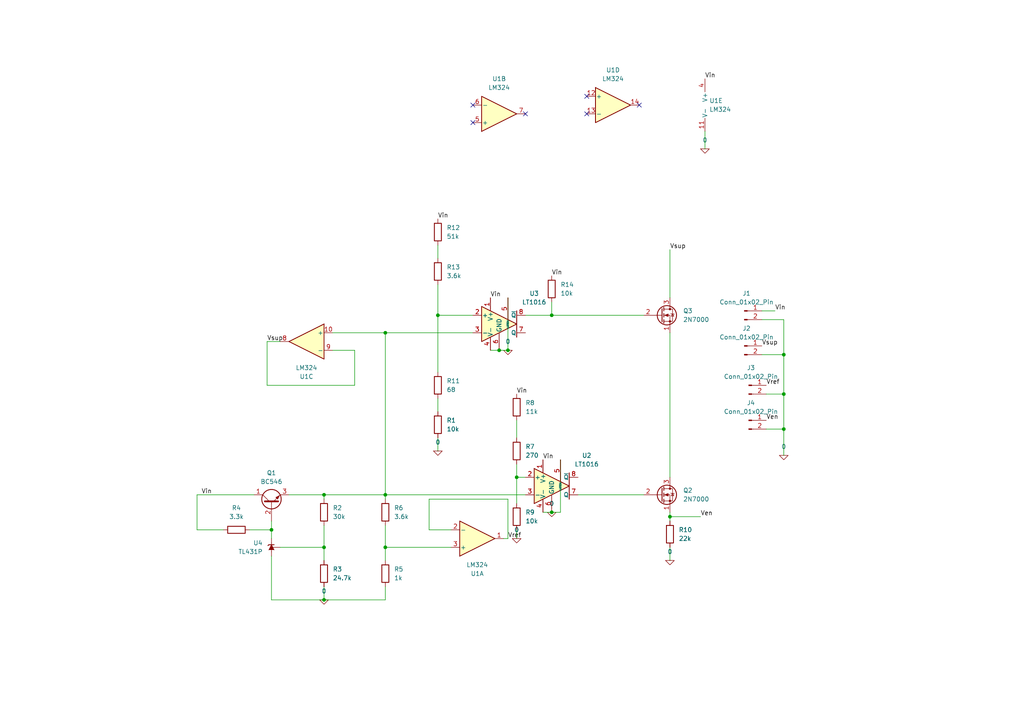
<source format=kicad_sch>
(kicad_sch (version 20231120) (generator "eeschema") (generator_version "8.0")
  (paper "A4")
  (lib_symbols
    (symbol "Amplifier_Operational:LM324" (pin_names (offset 0.127))
      (property "Reference" "U" (at 0 5.08 0))
      (property "Value" "LM324" (at 0 -5.08 0))
      (symbol "LM324_1_1"
        (polyline (pts (xy -5.08 5.08) (xy 5.08 0) (xy -5.08 -5.08) (xy -5.08 5.08)) (stroke (width 0.254)) (fill (type background)))
        (pin output line (at 7.62 0 180) (length 2.54) (name "~") (number "1"))
        (pin input line (at -7.62 -2.54 0) (length 2.54) (name "-") (number "2"))
        (pin input line (at -7.62 2.54 0) (length 2.54) (name "+") (number "3"))
      )
      (symbol "LM324_2_1"
        (polyline (pts (xy -5.08 5.08) (xy 5.08 0) (xy -5.08 -5.08) (xy -5.08 5.08)) (stroke (width 0.254)) (fill (type background)))
        (pin input line (at -7.62 2.54 0) (length 2.54) (name "+") (number "5"))
        (pin input line (at -7.62 -2.54 0) (length 2.54) (name "-") (number "6"))
        (pin output line (at 7.62 0 180) (length 2.54) (name "~") (number "7"))
      )
      (symbol "LM324_3_1"
        (polyline (pts (xy -5.08 5.08) (xy 5.08 0) (xy -5.08 -5.08) (xy -5.08 5.08)) (stroke (width 0.254)) (fill (type background)))
        (pin input line (at -7.62 2.54 0) (length 2.54) (name "+") (number "10"))
        (pin output line (at 7.62 0 180) (length 2.54) (name "~") (number "8"))
        (pin input line (at -7.62 -2.54 0) (length 2.54) (name "-") (number "9"))
      )
      (symbol "LM324_4_1"
        (polyline (pts (xy -5.08 5.08) (xy 5.08 0) (xy -5.08 -5.08) (xy -5.08 5.08)) (stroke (width 0.254)) (fill (type background)))
        (pin input line (at -7.62 2.54 0) (length 2.54) (name "+") (number "12"))
        (pin input line (at -7.62 -2.54 0) (length 2.54) (name "-") (number "13"))
        (pin output line (at 7.62 0 180) (length 2.54) (name "~") (number "14"))
      )
      (symbol "LM324_5_1"
        (pin power_in line (at -2.54 -7.62 90) (length 3.81) (name "V-") (number "11"))
        (pin power_in line (at -2.54 7.62 270) (length 3.81) (name "V+") (number "4"))
      )
    )
    (symbol "Comparator:LT1016" (pin_names (offset 0.127))
      (property "Reference" "U" (at 3.81 6.35 0))
      (property "Value" "LT1016" (at 3.81 -5.08 0))
      (symbol "LT1016_0_1"
        (polyline (pts (xy 5.08 3.81) (xy 5.08 -3.81)) (stroke (width 0.254)))
        (polyline (pts (xy -5.08 5.08) (xy 5.08 0) (xy -5.08 -5.08) (xy -5.08 5.08)) (stroke (width 0.254)) (fill (type background)))
      )
      (symbol "LT1016_1_1"
        (pin power_in line (at -2.54 7.62 270) (length 3.81) (name "V+") (number "1"))
        (pin input line (at -7.62 2.54 0) (length 2.54) (name "+") (number "2"))
        (pin input line (at -7.62 -2.54 0) (length 2.54) (name "-") (number "3"))
        (pin power_in line (at -2.54 -7.62 90) (length 3.81) (name "V-") (number "4"))
        (pin input line (at 2.54 7.62 270) (length 6.35) (name "LATCH") (number "5"))
        (pin power_in line (at 0 -7.62 90) (length 5.08) (name "GND") (number "6"))
        (pin output line (at 7.62 -2.54 180) (length 2.54) (name "Q") (number "7"))
        (pin output line (at 7.62 2.54 180) (length 2.54) (name "~{Q}") (number "8"))
      )
    )
    (symbol "Connector:Conn_01x02_Pin" (pin_names (offset 1.016) hide)
      (property "Reference" "J" (at 0 2.54 0))
      (property "Value" "Conn_01x02_Pin" (at 0 -5.08 0))
      (symbol "Conn_01x02_Pin_1_1"
        (polyline (pts (xy 1.27 -2.54) (xy 0.8636 -2.54)) (stroke (width 0.1524)))
        (polyline (pts (xy 1.27 0) (xy 0.8636 0)) (stroke (width 0.1524)))
        (rectangle (start 0.8636 -2.413) (end 0 -2.667) (stroke (width 0.1524)) (fill (type outline)))
        (rectangle (start 0.8636 0.127) (end 0 -0.127) (stroke (width 0.1524)) (fill (type outline)))
        (pin passive line (at 5.08 0 180) (length 3.81) (name "Pin_1") (number "1"))
        (pin passive line (at 5.08 -2.54 180) (length 3.81) (name "Pin_2") (number "2"))
      )
    )
    (symbol "Device:R" (pin_numbers hide) (pin_names (offset 0))
      (property "Reference" "R" (at 2.032 0 90))
      (property "Value" "R" (at 0 0 90))
      (symbol "R_0_1"
        (rectangle (start -1.016 -2.54) (end 1.016 2.54) (stroke (width 0.254)))
      )
      (symbol "R_1_1"
        (pin passive line (at 0 3.81 270) (length 1.27) (name "~") (number "1"))
        (pin passive line (at 0 -3.81 90) (length 1.27) (name "~") (number "2"))
      )
    )
    (symbol "Reference_Voltage:TL431P" (pin_numbers hide) (pin_names hide)
      (property "Reference" "U" (at -2.54 2.54 0))
      (property "Value" "TL431P" (at 0 -2.54 0))
      (symbol "TL431P_0_1"
        (polyline (pts (xy -1.27 0) (xy 0 0) (xy 1.27 0)))
        (polyline (pts (xy -0.762 0.762) (xy 0.762 0) (xy -0.762 -0.762)) (fill (type outline)))
        (polyline (pts (xy 0.508 -1.016) (xy 0.762 -0.762) (xy 0.762 0.762) (xy 0.762 0.762)) (stroke (width 0.254)))
      )
      (symbol "TL431P_1_1"
        (pin passive line (at 2.54 0 180) (length 1.27) (name "K") (number "1"))
        (pin passive line (at -2.54 0 0) (length 1.27) (name "A") (number "6"))
        (pin passive line (at 0 2.54 270) (length 2.54) (name "REF") (number "8"))
      )
    )
    (symbol "Simulation_SPICE:0" (power) (pin_numbers hide) (pin_names (offset 0) hide)
      (property "Value" "0" (at 0 -2.54 0))
      (symbol "0_0_1"
        (polyline (pts (xy -1.27 0) (xy 0 -1.27) (xy 1.27 0) (xy -1.27 0)))
      )
      (symbol "0_1_1"
        (pin power_in line (at 0 0 0) (length 0) (name "~") (number "1"))
      )
    )
    (symbol "Transistor_BJT:BC546" (pin_names (offset 0) hide)
      (property "Reference" "Q" (at 5.08 1.905 0))
      (property "Value" "BC546" (at 5.08 0 0))
      (symbol "BC546_0_1"
        (polyline (pts (xy 0 0) (xy 0.635 0)))
        (polyline (pts (xy 0.635 0.635) (xy 2.54 2.54)))
        (polyline (pts (xy 0.635 -0.635) (xy 2.54 -2.54) (xy 2.54 -2.54)))
        (polyline (pts (xy 0.635 1.905) (xy 0.635 -1.905) (xy 0.635 -1.905)) (stroke (width 0.508)))
        (polyline (pts (xy 1.27 -1.778) (xy 1.778 -1.27) (xy 2.286 -2.286) (xy 1.27 -1.778) (xy 1.27 -1.778)) (fill (type outline)))
        (circle (center 1.27 0) (radius 2.8194) (stroke (width 0.254)))
      )
      (symbol "BC546_1_1"
        (pin passive line (at 2.54 5.08 270) (length 2.54) (name "C") (number "1"))
        (pin input line (at -5.08 0 0) (length 5.08) (name "B") (number "2"))
        (pin passive line (at 2.54 -5.08 90) (length 2.54) (name "E") (number "3"))
      )
    )
    (symbol "Transistor_FET:2N7000" (pin_names hide)
      (property "Reference" "Q" (at 5.08 1.905 0))
      (property "Value" "2N7000" (at 5.08 0 0))
      (symbol "2N7000_0_1"
        (polyline (pts (xy 0.254 0) (xy -2.54 0)))
        (polyline (pts (xy 0.254 1.905) (xy 0.254 -1.905)) (stroke (width 0.254)))
        (polyline (pts (xy 0.762 -1.27) (xy 0.762 -2.286)) (stroke (width 0.254)))
        (polyline (pts (xy 0.762 0.508) (xy 0.762 -0.508)) (stroke (width 0.254)))
        (polyline (pts (xy 0.762 2.286) (xy 0.762 1.27)) (stroke (width 0.254)))
        (polyline (pts (xy 2.54 2.54) (xy 2.54 1.778)))
        (polyline (pts (xy 2.54 -2.54) (xy 2.54 0) (xy 0.762 0)))
        (polyline (pts (xy 0.762 -1.778) (xy 3.302 -1.778) (xy 3.302 1.778) (xy 0.762 1.778)))
        (polyline (pts (xy 1.016 0) (xy 2.032 0.381) (xy 2.032 -0.381) (xy 1.016 0)) (fill (type outline)))
        (polyline (pts (xy 2.794 0.508) (xy 2.921 0.381) (xy 3.683 0.381) (xy 3.81 0.254)))
        (polyline (pts (xy 3.302 0.381) (xy 2.921 -0.254) (xy 3.683 -0.254) (xy 3.302 0.381)))
        (circle (center 1.651 0) (radius 2.794) (stroke (width 0.254)))
        (circle (center 2.54 -1.778) (radius 0.254) (fill (type outline)))
        (circle (center 2.54 1.778) (radius 0.254) (fill (type outline)))
      )
      (symbol "2N7000_1_1"
        (pin passive line (at 2.54 -5.08 90) (length 2.54) (name "S") (number "1"))
        (pin input line (at -5.08 0 0) (length 2.54) (name "G") (number "2"))
        (pin passive line (at 2.54 5.08 270) (length 2.54) (name "D") (number "3"))
      )
    )
  )
  (junction (at 160.02 91.44))
  (junction (at 93.98 158.75))
  (junction (at 111.76 96.52))
  (junction (at 93.98 143.51))
  (junction (at 227.33 114.3))
  (junction (at 111.76 143.51))
  (junction (at 227.33 124.46))
  (junction (at 147.32 101.6))
  (junction (at 227.33 102.87))
  (junction (at 111.76 158.75))
  (junction (at 160.02 148.59))
  (junction (at 194.31 149.86))
  (junction (at 93.98 173.99))
  (junction (at 144.78 101.6))
  (junction (at 127 91.44))
  (junction (at 78.74 153.67))
  (junction (at 149.86 138.43))
  (no_connect (at 185.42 30.48))
  (no_connect (at 137.16 30.48))
  (no_connect (at 170.18 33.02))
  (no_connect (at 152.4 33.02))
  (no_connect (at 170.18 27.94))
  (no_connect (at 137.16 35.56))
  (wire (pts (xy 78.74 173.99) (xy 93.98 173.99)))
  (wire (pts (xy 167.64 143.51) (xy 186.69 143.51)))
  (wire (pts (xy 220.98 102.87) (xy 227.33 102.87)))
  (wire (pts (xy 149.86 138.43) (xy 152.4 138.43)))
  (wire (pts (xy 111.76 158.75) (xy 130.81 158.75)))
  (wire (pts (xy 204.47 38.1) (xy 204.47 43.18)))
  (wire (pts (xy 194.31 148.59) (xy 194.31 149.86)))
  (wire (pts (xy 160.02 91.44) (xy 186.69 91.44)))
  (wire (pts (xy 194.31 72.39) (xy 194.31 86.36)))
  (wire (pts (xy 160.02 148.59) (xy 162.56 148.59)))
  (wire (pts (xy 57.15 143.51) (xy 57.15 153.67)))
  (wire (pts (xy 57.15 153.67) (xy 64.77 153.67)))
  (wire (pts (xy 78.74 161.29) (xy 78.74 173.99)))
  (wire (pts (xy 111.76 170.18) (xy 111.76 173.99)))
  (wire (pts (xy 93.98 170.18) (xy 93.98 173.99)))
  (wire (pts (xy 72.39 153.67) (xy 78.74 153.67)))
  (wire (pts (xy 227.33 124.46) (xy 227.33 132.08)))
  (wire (pts (xy 149.86 153.67) (xy 149.86 156.21)))
  (wire (pts (xy 194.31 149.86) (xy 203.2 149.86)))
  (wire (pts (xy 93.98 173.99) (xy 111.76 173.99)))
  (wire (pts (xy 157.48 148.59) (xy 160.02 148.59)))
  (wire (pts (xy 78.74 151.13) (xy 78.74 153.67)))
  (wire (pts (xy 81.28 158.75) (xy 93.98 158.75)))
  (wire (pts (xy 96.52 101.6) (xy 102.87 101.6)))
  (wire (pts (xy 227.33 114.3) (xy 227.33 124.46)))
  (wire (pts (xy 78.74 153.67) (xy 78.74 156.21)))
  (wire (pts (xy 194.31 149.86) (xy 194.31 151.13)))
  (wire (pts (xy 93.98 143.51) (xy 111.76 143.51)))
  (wire (pts (xy 111.76 158.75) (xy 111.76 162.56)))
  (wire (pts (xy 127 82.55) (xy 127 91.44)))
  (wire (pts (xy 194.31 158.75) (xy 194.31 162.56)))
  (wire (pts (xy 222.25 114.3) (xy 227.33 114.3)))
  (wire (pts (xy 124.46 153.67) (xy 124.46 144.78)))
  (wire (pts (xy 93.98 158.75) (xy 93.98 162.56)))
  (wire (pts (xy 127 127) (xy 127 130.81)))
  (wire (pts (xy 93.98 152.4) (xy 93.98 158.75)))
  (wire (pts (xy 111.76 152.4) (xy 111.76 158.75)))
  (wire (pts (xy 77.47 111.76) (xy 77.47 99.06)))
  (wire (pts (xy 144.78 101.6) (xy 147.32 101.6)))
  (wire (pts (xy 124.46 144.78) (xy 147.32 144.78)))
  (wire (pts (xy 162.56 133.35) (xy 162.56 148.59)))
  (wire (pts (xy 222.25 124.46) (xy 227.33 124.46)))
  (wire (pts (xy 102.87 111.76) (xy 77.47 111.76)))
  (wire (pts (xy 96.52 96.52) (xy 111.76 96.52)))
  (wire (pts (xy 137.16 96.52) (xy 111.76 96.52)))
  (wire (pts (xy 127 115.57) (xy 127 119.38)))
  (wire (pts (xy 127 91.44) (xy 127 107.95)))
  (wire (pts (xy 149.86 138.43) (xy 149.86 146.05)))
  (wire (pts (xy 227.33 102.87) (xy 227.33 114.3)))
  (wire (pts (xy 127 91.44) (xy 137.16 91.44)))
  (wire (pts (xy 130.81 153.67) (xy 124.46 153.67)))
  (wire (pts (xy 127 71.12) (xy 127 74.93)))
  (wire (pts (xy 73.66 143.51) (xy 57.15 143.51)))
  (wire (pts (xy 147.32 86.36) (xy 147.32 101.6)))
  (wire (pts (xy 142.24 101.6) (xy 144.78 101.6)))
  (wire (pts (xy 160.02 87.63) (xy 160.02 91.44)))
  (wire (pts (xy 149.86 134.62) (xy 149.86 138.43)))
  (wire (pts (xy 83.82 143.51) (xy 93.98 143.51)))
  (wire (pts (xy 147.32 144.78) (xy 147.32 156.21)))
  (wire (pts (xy 93.98 143.51) (xy 93.98 144.78)))
  (wire (pts (xy 146.05 156.21) (xy 147.32 156.21)))
  (wire (pts (xy 220.98 92.71) (xy 227.33 92.71)))
  (wire (pts (xy 152.4 91.44) (xy 160.02 91.44)))
  (wire (pts (xy 111.76 143.51) (xy 152.4 143.51)))
  (wire (pts (xy 77.47 99.06) (xy 81.28 99.06)))
  (wire (pts (xy 194.31 96.52) (xy 194.31 138.43)))
  (wire (pts (xy 149.86 121.92) (xy 149.86 127)))
  (wire (pts (xy 102.87 101.6) (xy 102.87 111.76)))
  (wire (pts (xy 227.33 92.71) (xy 227.33 102.87)))
  (wire (pts (xy 111.76 144.78) (xy 111.76 143.51)))
  (wire (pts (xy 224.79 90.17) (xy 220.98 90.17)))
  (wire (pts (xy 111.76 96.52) (xy 111.76 143.51)))
  (label "Vsup" (at 220.98 100.33 0))
  (label "Vin" (at 149.86 114.3 0))
  (label "Vin" (at 58.42 143.51 0))
  (label "Vref" (at 222.25 111.76 0))
  (label "Vin" (at 127 63.5 0))
  (label "Vsup" (at 77.47 99.06 0))
  (label "Ven" (at 203.2 149.86 0))
  (label "Vsup" (at 194.31 72.39 0))
  (label "Vin" (at 157.48 133.35 0))
  (label "Vref" (at 147.32 156.21 0))
  (label "Vin" (at 204.47 22.86 0))
  (label "Vin" (at 224.79 90.17 0))
  (label "Vin" (at 142.24 86.36 0))
  (label "Vin" (at 160.02 80.01 0))
  (label "Ven" (at 222.25 121.92 0))
  (symbol (lib_id "Transistor_FET:2N7000") (at 191.77 143.51 0) (unit 1)
    (property "Reference" "Q2" (at 198.12 142.2399 0) (effects (justify left)))
    (property "Value" "2N7000" (at 198.12 144.7799 0) (effects (justify left)))
    (property "Footprint" "Package_TO_SOT_THT:TO-92_Inline" (effects (hide yes)))
    (property "Datasheet" "https://www.vishay.com/docs/70226/70226.pdf" (effects (hide yes)))
    (property "Description" "0.2A Id, 200V Vds, N-Channel MOSFET, 2.6V Logic Level, TO-92" (effects (hide yes)))
  )
  (symbol (lib_id "Device:R") (at 160.02 83.82 0) (unit 1)
    (property "Reference" "R14" (at 162.56 82.5499 0) (effects (justify left)))
    (property "Value" "10k" (at 162.56 85.0899 0) (effects (justify left)))
    (property "Footprint" "Resistor_THT:R_Axial_DIN0207_L6.3mm_D2.5mm_P10.16mm_Horizontal" (effects (hide yes)))
    (property "Description" "Resistor" (effects (hide yes)))
  )
  (symbol (lib_id "Connector:Conn_01x02_Pin") (at 217.17 121.92 0) (unit 1)
    (property "Reference" "J4" (at 217.805 116.84 0))
    (property "Value" "Conn_01x02_Pin" (at 217.805 119.38 0))
    (property "Footprint" "TerminalBlock:TerminalBlock_Altech_AK300-2_P5.00mm" (effects (hide yes)))
    (property "Description" "Generic connector, single row, 01x02, script generated" (effects (hide yes)))
  )
  (symbol (lib_id "Transistor_FET:2N7000") (at 191.77 91.44 0) (unit 1)
    (property "Reference" "Q3" (at 198.12 90.1699 0) (effects (justify left)))
    (property "Value" "2N7000" (at 198.12 92.7099 0) (effects (justify left)))
    (property "Footprint" "Package_TO_SOT_THT:TO-92_Inline" (effects (hide yes)))
    (property "Datasheet" "https://www.vishay.com/docs/70226/70226.pdf" (effects (hide yes)))
    (property "Description" "0.2A Id, 200V Vds, N-Channel MOSFET, 2.6V Logic Level, TO-92" (effects (hide yes)))
  )
  (symbol (lib_id "Device:R") (at 93.98 148.59 0) (unit 1)
    (property "Reference" "R2" (at 96.52 147.3199 0) (effects (justify left)))
    (property "Value" "30k" (at 96.52 149.8599 0) (effects (justify left)))
    (property "Footprint" "Resistor_THT:R_Axial_DIN0207_L6.3mm_D2.5mm_P10.16mm_Horizontal" (effects (hide yes)))
    (property "Description" "Resistor" (effects (hide yes)))
  )
  (symbol (lib_id "Device:R") (at 194.31 154.94 0) (unit 1)
    (property "Reference" "R10" (at 196.85 153.6699 0) (effects (justify left)))
    (property "Value" "22k" (at 196.85 156.2099 0) (effects (justify left)))
    (property "Footprint" "Resistor_THT:R_Axial_DIN0207_L6.3mm_D2.5mm_P10.16mm_Horizontal" (effects (hide yes)))
    (property "Description" "Resistor" (effects (hide yes)))
  )
  (symbol (lib_id "Device:R") (at 127 111.76 0) (unit 1)
    (property "Reference" "R11" (at 129.54 110.4899 0) (effects (justify left)))
    (property "Value" "68" (at 129.54 113.0299 0) (effects (justify left)))
    (property "Footprint" "Resistor_THT:R_Axial_DIN0207_L6.3mm_D2.5mm_P10.16mm_Horizontal" (effects (hide yes)))
    (property "Description" "Resistor" (effects (hide yes)))
  )
  (symbol (lib_id "Simulation_SPICE:0") (at 204.47 43.18 0) (unit 1)
    (property "Reference" "#GND08" (effects (hide yes)))
    (property "Value" "0" (at 204.47 40.64 0))
    (property "Datasheet" "https://ngspice.sourceforge.io/docs/ngspice-html-manual/manual.xhtml#subsec_Circuit_elements__device" (effects (hide yes)))
    (property "Description" "0V reference potential for simulation" (effects (hide yes)))
  )
  (symbol (lib_id "Connector:Conn_01x02_Pin") (at 215.9 100.33 0) (unit 1)
    (property "Reference" "J2" (at 216.535 95.25 0))
    (property "Value" "Conn_01x02_Pin" (at 216.535 97.79 0))
    (property "Footprint" "TerminalBlock:TerminalBlock_Altech_AK300-2_P5.00mm" (effects (hide yes)))
    (property "Description" "Generic connector, single row, 01x02, script generated" (effects (hide yes)))
  )
  (symbol (lib_id "Simulation_SPICE:0") (at 194.31 162.56 0) (unit 1)
    (property "Reference" "#GND05" (effects (hide yes)))
    (property "Value" "0" (at 194.31 160.02 0))
    (property "Datasheet" "https://ngspice.sourceforge.io/docs/ngspice-html-manual/manual.xhtml#subsec_Circuit_elements__device" (effects (hide yes)))
    (property "Description" "0V reference potential for simulation" (effects (hide yes)))
  )
  (symbol (lib_id "Simulation_SPICE:0") (at 147.32 101.6 0) (unit 1)
    (property "Reference" "#GND03" (effects (hide yes)))
    (property "Value" "0" (at 147.32 99.06 0))
    (property "Datasheet" "https://ngspice.sourceforge.io/docs/ngspice-html-manual/manual.xhtml#subsec_Circuit_elements__device" (effects (hide yes)))
    (property "Description" "0V reference potential for simulation" (effects (hide yes)))
  )
  (symbol (lib_id "Device:R") (at 68.58 153.67 90) (unit 1)
    (property "Reference" "R4" (at 68.58 147.32 90))
    (property "Value" "3.3k" (at 68.58 149.86 90))
    (property "Footprint" "Resistor_THT:R_Axial_DIN0207_L6.3mm_D2.5mm_P10.16mm_Horizontal" (effects (hide yes)))
    (property "Description" "Resistor" (effects (hide yes)))
  )
  (symbol (lib_id "Reference_Voltage:TL431P") (at 78.74 158.75 270) (mirror x) (unit 1)
    (property "Reference" "U4" (at 76.2 157.4799 90) (effects (justify right)))
    (property "Value" "TL431P" (at 76.2 160.0199 90) (effects (justify right)))
    (property "Footprint" "Package_DIP:DIP-8_W7.62mm" (effects (hide yes)))
    (property "Datasheet" "http://www.ti.com/lit/ds/symlink/tl431.pdf" (effects (hide yes)))
    (property "Description" "Shunt Regulator, PDIP-8" (effects (hide yes)))
  )
  (symbol (lib_id "Simulation_SPICE:0") (at 149.86 156.21 0) (unit 1)
    (property "Reference" "#GND06" (effects (hide yes)))
    (property "Value" "0" (at 149.86 153.67 0))
    (property "Datasheet" "https://ngspice.sourceforge.io/docs/ngspice-html-manual/manual.xhtml#subsec_Circuit_elements__device" (effects (hide yes)))
    (property "Description" "0V reference potential for simulation" (effects (hide yes)))
  )
  (symbol (lib_id "Device:R") (at 127 78.74 0) (unit 1)
    (property "Reference" "R13" (at 129.54 77.4699 0) (effects (justify left)))
    (property "Value" "3.6k" (at 129.54 80.0099 0) (effects (justify left)))
    (property "Footprint" "Resistor_THT:R_Axial_DIN0207_L6.3mm_D2.5mm_P10.16mm_Horizontal" (effects (hide yes)))
    (property "Description" "Resistor" (effects (hide yes)))
  )
  (symbol (lib_id "Device:R") (at 149.86 149.86 0) (unit 1)
    (property "Reference" "R9" (at 152.4 148.5899 0) (effects (justify left)))
    (property "Value" "10k" (at 152.4 151.1299 0) (effects (justify left)))
    (property "Footprint" "Resistor_THT:R_Axial_DIN0207_L6.3mm_D2.5mm_P10.16mm_Horizontal" (effects (hide yes)))
    (property "Description" "Resistor" (effects (hide yes)))
  )
  (symbol (lib_id "Connector:Conn_01x02_Pin") (at 215.9 90.17 0) (unit 1)
    (property "Reference" "J1" (at 216.535 85.09 0))
    (property "Value" "Conn_01x02_Pin" (at 216.535 87.63 0))
    (property "Footprint" "TerminalBlock:TerminalBlock_Altech_AK300-2_P5.00mm" (effects (hide yes)))
    (property "Description" "Generic connector, single row, 01x02, script generated" (effects (hide yes)))
  )
  (symbol (lib_id "Amplifier_Operational:LM324") (at 144.78 33.02 0) (mirror x) (unit 2)
    (property "Reference" "U1" (at 144.78 22.86 0))
    (property "Value" "LM324" (at 144.78 25.4 0))
    (property "Footprint" "Package_DIP:DIP-14_W7.62mm_Socket_LongPads" (effects (hide yes)))
    (property "Datasheet" "http://www.ti.com/lit/ds/symlink/lm2902-n.pdf" (effects (hide yes)))
    (property "Description" "Low-Power, Quad-Operational Amplifiers, DIP-14/SOIC-14/SSOP-14" (effects (hide yes)))
  )
  (symbol (lib_id "Device:R") (at 93.98 166.37 0) (unit 1)
    (property "Reference" "R3" (at 96.52 165.0999 0) (effects (justify left)))
    (property "Value" "24.7k" (at 96.52 167.6399 0) (effects (justify left)))
    (property "Footprint" "Resistor_THT:R_Axial_DIN0207_L6.3mm_D2.5mm_P10.16mm_Horizontal" (effects (hide yes)))
    (property "Description" "Resistor" (effects (hide yes)))
  )
  (symbol (lib_id "Device:R") (at 111.76 166.37 0) (unit 1)
    (property "Reference" "R5" (at 114.3 165.0999 0) (effects (justify left)))
    (property "Value" "1k" (at 114.3 167.6399 0) (effects (justify left)))
    (property "Footprint" "Resistor_THT:R_Axial_DIN0207_L6.3mm_D2.5mm_P10.16mm_Horizontal" (effects (hide yes)))
    (property "Description" "Resistor" (effects (hide yes)))
  )
  (symbol (lib_id "Amplifier_Operational:LM324") (at 138.43 156.21 0) (mirror x) (unit 1)
    (property "Reference" "U1" (at 138.43 166.37 0))
    (property "Value" "LM324" (at 138.43 163.83 0))
    (property "Footprint" "Package_DIP:DIP-14_W7.62mm_Socket_LongPads" (effects (hide yes)))
    (property "Datasheet" "http://www.ti.com/lit/ds/symlink/lm2902-n.pdf" (effects (hide yes)))
    (property "Description" "Low-Power, Quad-Operational Amplifiers, DIP-14/SOIC-14/SSOP-14" (effects (hide yes)))
  )
  (symbol (lib_id "Device:R") (at 149.86 118.11 0) (unit 1)
    (property "Reference" "R8" (at 152.4 116.8399 0) (effects (justify left)))
    (property "Value" "11k" (at 152.4 119.3799 0) (effects (justify left)))
    (property "Footprint" "Resistor_THT:R_Axial_DIN0207_L6.3mm_D2.5mm_P10.16mm_Horizontal" (effects (hide yes)))
    (property "Description" "Resistor" (effects (hide yes)))
  )
  (symbol (lib_id "Simulation_SPICE:0") (at 93.98 173.99 0) (unit 1)
    (property "Reference" "#GND01" (effects (hide yes)))
    (property "Value" "0" (at 93.98 171.45 0))
    (property "Datasheet" "https://ngspice.sourceforge.io/docs/ngspice-html-manual/manual.xhtml#subsec_Circuit_elements__device" (effects (hide yes)))
    (property "Description" "0V reference potential for simulation" (effects (hide yes)))
  )
  (symbol (lib_id "Comparator:LT1016") (at 160.02 140.97 0) (unit 1)
    (property "Reference" "U2" (at 170.18 132.1114 0))
    (property "Value" "LT1016" (at 170.18 134.6514 0))
    (property "Footprint" "Package_DIP:DIP-8_W7.62mm_Socket_LongPads" (effects (hide yes)))
    (property "Datasheet" "https://www.analog.com/media/en/technical-documentation/data-sheets/lt1016.pdf" (effects (hide yes)))
    (property "Description" "Single UltraFast Precision 10ns Comparator, DIP-8/SOIC-8" (effects (hide yes)))
  )
  (symbol (lib_id "Connector:Conn_01x02_Pin") (at 217.17 111.76 0) (unit 1)
    (property "Reference" "J3" (at 217.805 106.68 0))
    (property "Value" "Conn_01x02_Pin" (at 217.805 109.22 0))
    (property "Footprint" "TerminalBlock:TerminalBlock_Altech_AK300-2_P5.00mm" (effects (hide yes)))
    (property "Description" "Generic connector, single row, 01x02, script generated" (effects (hide yes)))
  )
  (symbol (lib_id "Amplifier_Operational:LM324") (at 88.9 99.06 0) (mirror y) (unit 3)
    (property "Reference" "U1" (at 88.9 109.22 0))
    (property "Value" "LM324" (at 88.9 106.68 0))
    (property "Footprint" "Package_DIP:DIP-14_W7.62mm_Socket_LongPads" (effects (hide yes)))
    (property "Datasheet" "http://www.ti.com/lit/ds/symlink/lm2902-n.pdf" (effects (hide yes)))
    (property "Description" "Low-Power, Quad-Operational Amplifiers, DIP-14/SOIC-14/SSOP-14" (effects (hide yes)))
  )
  (symbol (lib_id "Device:R") (at 127 67.31 0) (unit 1)
    (property "Reference" "R12" (at 129.54 66.0399 0) (effects (justify left)))
    (property "Value" "51k" (at 129.54 68.5799 0) (effects (justify left)))
    (property "Footprint" "Resistor_THT:R_Axial_DIN0207_L6.3mm_D2.5mm_P10.16mm_Horizontal" (effects (hide yes)))
    (property "Description" "Resistor" (effects (hide yes)))
  )
  (symbol (lib_id "Device:R") (at 149.86 130.81 0) (unit 1)
    (property "Reference" "R7" (at 152.4 129.5399 0) (effects (justify left)))
    (property "Value" "270" (at 152.4 132.0799 0) (effects (justify left)))
    (property "Footprint" "Resistor_THT:R_Axial_DIN0207_L6.3mm_D2.5mm_P10.16mm_Horizontal" (effects (hide yes)))
    (property "Description" "Resistor" (effects (hide yes)))
  )
  (symbol (lib_id "Device:R") (at 111.76 148.59 0) (unit 1)
    (property "Reference" "R6" (at 114.3 147.3199 0) (effects (justify left)))
    (property "Value" "3.6k" (at 114.3 149.8599 0) (effects (justify left)))
    (property "Footprint" "Resistor_THT:R_Axial_DIN0207_L6.3mm_D2.5mm_P10.16mm_Horizontal" (effects (hide yes)))
    (property "Description" "Resistor" (effects (hide yes)))
  )
  (symbol (lib_id "Transistor_BJT:BC546") (at 78.74 146.05 90) (unit 1)
    (property "Reference" "Q1" (at 78.74 137.16 90))
    (property "Value" "BC546" (at 78.74 139.7 90))
    (property "Footprint" "Package_TO_SOT_THT:TO-92_Inline" (effects (hide yes)))
    (property "Datasheet" "https://www.onsemi.com/pub/Collateral/BC550-D.pdf" (effects (hide yes)))
    (property "Description" "0.1A Ic, 65V Vce, Small Signal NPN Transistor, TO-92" (effects (hide yes)))
  )
  (symbol (lib_id "Comparator:LT1016") (at 144.78 93.98 0) (unit 1)
    (property "Reference" "U3" (at 154.94 85.1214 0))
    (property "Value" "LT1016" (at 154.94 87.6614 0))
    (property "Footprint" "Package_DIP:DIP-8_W7.62mm_Socket_LongPads" (effects (hide yes)))
    (property "Datasheet" "https://www.analog.com/media/en/technical-documentation/data-sheets/lt1016.pdf" (effects (hide yes)))
    (property "Description" "Single UltraFast Precision 10ns Comparator, DIP-8/SOIC-8" (effects (hide yes)))
  )
  (symbol (lib_id "Simulation_SPICE:0") (at 160.02 148.59 0) (unit 1)
    (property "Reference" "#GND02" (effects (hide yes)))
    (property "Value" "0" (at 160.02 146.05 0))
    (property "Datasheet" "https://ngspice.sourceforge.io/docs/ngspice-html-manual/manual.xhtml#subsec_Circuit_elements__device" (effects (hide yes)))
    (property "Description" "0V reference potential for simulation" (effects (hide yes)))
  )
  (symbol (lib_id "Device:R") (at 127 123.19 0) (unit 1)
    (property "Reference" "R1" (at 129.54 121.9199 0) (effects (justify left)))
    (property "Value" "10k" (at 129.54 124.4599 0) (effects (justify left)))
    (property "Footprint" "Resistor_THT:R_Axial_DIN0207_L6.3mm_D2.5mm_P10.16mm_Horizontal" (effects (hide yes)))
    (property "Description" "Resistor" (effects (hide yes)))
  )
  (symbol (lib_id "Simulation_SPICE:0") (at 127 130.81 0) (unit 1)
    (property "Reference" "#GND04" (effects (hide yes)))
    (property "Value" "0" (at 127 128.27 0))
    (property "Datasheet" "https://ngspice.sourceforge.io/docs/ngspice-html-manual/manual.xhtml#subsec_Circuit_elements__device" (effects (hide yes)))
    (property "Description" "0V reference potential for simulation" (effects (hide yes)))
  )
  (symbol (lib_id "Simulation_SPICE:0") (at 227.33 132.08 0) (unit 1)
    (property "Reference" "#GND07" (effects (hide yes)))
    (property "Value" "0" (at 227.33 129.54 0))
    (property "Datasheet" "https://ngspice.sourceforge.io/docs/ngspice-html-manual/manual.xhtml#subsec_Circuit_elements__device" (effects (hide yes)))
    (property "Description" "0V reference potential for simulation" (effects (hide yes)))
  )
  (symbol (lib_id "Amplifier_Operational:LM324") (at 177.8 30.48 0) (unit 4)
    (property "Reference" "U1" (at 177.8 20.32 0))
    (property "Value" "LM324" (at 177.8 22.86 0))
    (property "Footprint" "Package_DIP:DIP-14_W7.62mm_Socket_LongPads" (effects (hide yes)))
    (property "Datasheet" "http://www.ti.com/lit/ds/symlink/lm2902-n.pdf" (effects (hide yes)))
    (property "Description" "Low-Power, Quad-Operational Amplifiers, DIP-14/SOIC-14/SSOP-14" (effects (hide yes)))
  )
  (symbol (lib_id "Amplifier_Operational:LM324") (at 207.01 30.48 0) (unit 5)
    (property "Reference" "U1" (at 205.74 29.2099 0) (effects (justify left)))
    (property "Value" "LM324" (at 205.74 31.7499 0) (effects (justify left)))
    (property "Footprint" "Package_DIP:DIP-14_W7.62mm_Socket_LongPads" (effects (hide yes)))
    (property "Datasheet" "http://www.ti.com/lit/ds/symlink/lm2902-n.pdf" (effects (hide yes)))
    (property "Description" "Low-Power, Quad-Operational Amplifiers, DIP-14/SOIC-14/SSOP-14" (effects (hide yes)))
  )
)
</source>
